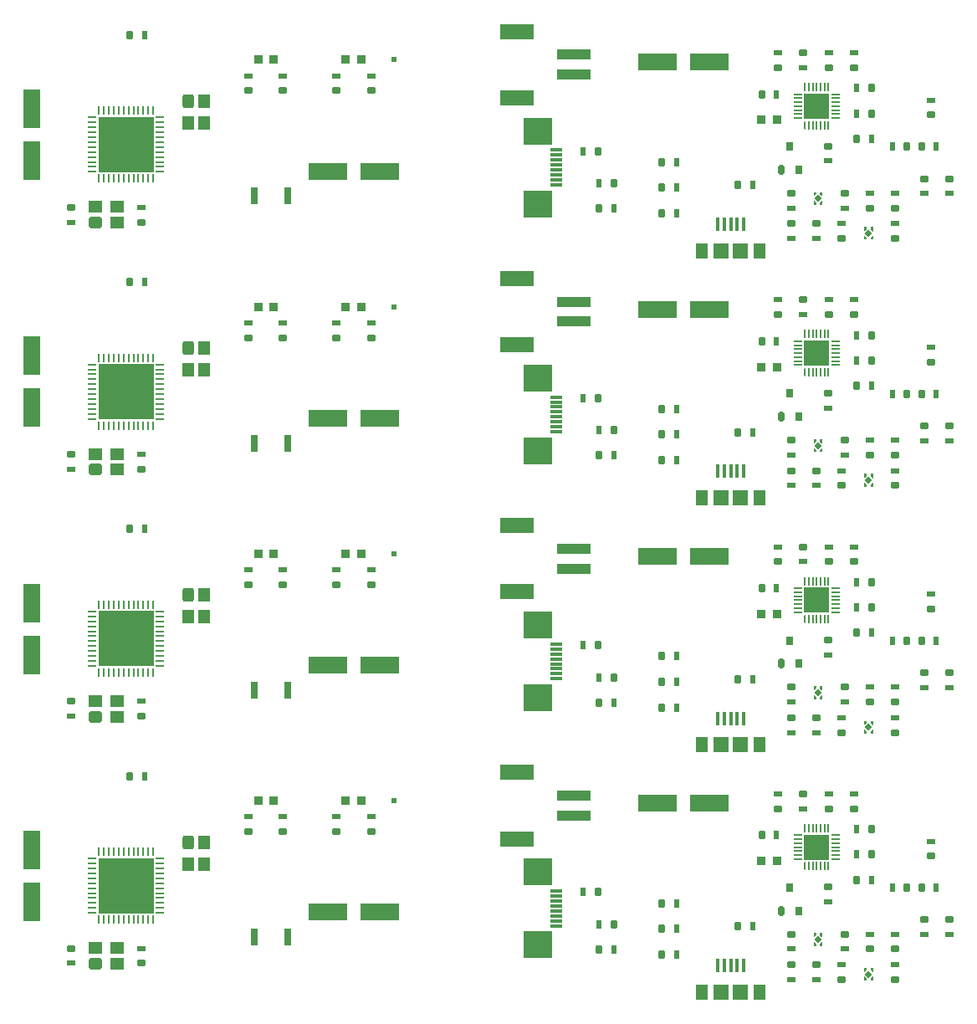
<source format=gtp>
G04*
G04 #@! TF.GenerationSoftware,Altium Limited,Altium Designer,21.0.9 (235)*
G04*
G04 Layer_Color=8421504*
%FSLAX44Y44*%
%MOMM*%
G71*
G04*
G04 #@! TF.SameCoordinates,5DD7C229-C87D-40E0-AB69-EEC5175B06D6*
G04*
G04*
G04 #@! TF.FilePolarity,Positive*
G04*
G01*
G75*
%ADD11R,1.8000X4.0000*%
%ADD12R,0.9000X0.6000*%
G04:AMPARAMS|DCode=13|XSize=0.6mm|YSize=0.9mm|CornerRadius=0.15mm|HoleSize=0mm|Usage=FLASHONLY|Rotation=270.000|XOffset=0mm|YOffset=0mm|HoleType=Round|Shape=RoundedRectangle|*
%AMROUNDEDRECTD13*
21,1,0.6000,0.6000,0,0,270.0*
21,1,0.3000,0.9000,0,0,270.0*
1,1,0.3000,-0.3000,-0.1500*
1,1,0.3000,-0.3000,0.1500*
1,1,0.3000,0.3000,0.1500*
1,1,0.3000,0.3000,-0.1500*
%
%ADD13ROUNDEDRECTD13*%
%ADD14R,0.6000X0.9000*%
G04:AMPARAMS|DCode=15|XSize=0.6mm|YSize=0.9mm|CornerRadius=0.15mm|HoleSize=0mm|Usage=FLASHONLY|Rotation=0.000|XOffset=0mm|YOffset=0mm|HoleType=Round|Shape=RoundedRectangle|*
%AMROUNDEDRECTD15*
21,1,0.6000,0.6000,0,0,0.0*
21,1,0.3000,0.9000,0,0,0.0*
1,1,0.3000,0.1500,-0.3000*
1,1,0.3000,-0.1500,-0.3000*
1,1,0.3000,-0.1500,0.3000*
1,1,0.3000,0.1500,0.3000*
%
%ADD15ROUNDEDRECTD15*%
%ADD16R,5.6000X5.6000*%
%ADD17R,0.8500X0.2500*%
%ADD18R,0.2500X0.8500*%
%ADD19O,0.2500X0.8500*%
G04:AMPARAMS|DCode=20|XSize=0.65mm|YSize=0.95mm|CornerRadius=0.1625mm|HoleSize=0mm|Usage=FLASHONLY|Rotation=180.000|XOffset=0mm|YOffset=0mm|HoleType=Round|Shape=RoundedRectangle|*
%AMROUNDEDRECTD20*
21,1,0.6500,0.6250,0,0,180.0*
21,1,0.3250,0.9500,0,0,180.0*
1,1,0.3250,-0.1625,0.3125*
1,1,0.3250,0.1625,0.3125*
1,1,0.3250,0.1625,-0.3125*
1,1,0.3250,-0.1625,-0.3125*
%
%ADD20ROUNDEDRECTD20*%
%ADD21R,0.6500X0.9500*%
G04:AMPARAMS|DCode=22|XSize=0.2mm|YSize=0.85mm|CornerRadius=0.05mm|HoleSize=0mm|Usage=FLASHONLY|Rotation=180.000|XOffset=0mm|YOffset=0mm|HoleType=Round|Shape=RoundedRectangle|*
%AMROUNDEDRECTD22*
21,1,0.2000,0.7500,0,0,180.0*
21,1,0.1000,0.8500,0,0,180.0*
1,1,0.1000,-0.0500,0.3750*
1,1,0.1000,0.0500,0.3750*
1,1,0.1000,0.0500,-0.3750*
1,1,0.1000,-0.0500,-0.3750*
%
%ADD22ROUNDEDRECTD22*%
%ADD23R,0.2000X0.8500*%
%ADD24R,0.8500X0.2000*%
%ADD25R,2.6000X2.6000*%
%ADD26R,4.0000X1.8000*%
%ADD27R,0.2500X0.2200*%
%ADD28R,0.2500X0.2200*%
%ADD29P,0.6788X4X360.0*%
%ADD30R,0.8900X0.9400*%
%ADD31R,0.4000X1.3500*%
%ADD32R,1.5000X1.5500*%
%ADD33R,1.2000X0.3000*%
%ADD34R,3.0000X2.7000*%
%ADD35R,3.4000X1.5000*%
%ADD36R,3.5000X1.0000*%
%ADD37R,0.4800X0.4800*%
G04:AMPARAMS|DCode=38|XSize=1.2mm|YSize=1.4mm|CornerRadius=0.3mm|HoleSize=0mm|Usage=FLASHONLY|Rotation=90.000|XOffset=0mm|YOffset=0mm|HoleType=Round|Shape=RoundedRectangle|*
%AMROUNDEDRECTD38*
21,1,1.2000,0.8000,0,0,90.0*
21,1,0.6000,1.4000,0,0,90.0*
1,1,0.6000,0.4000,0.3000*
1,1,0.6000,0.4000,-0.3000*
1,1,0.6000,-0.4000,-0.3000*
1,1,0.6000,-0.4000,0.3000*
%
%ADD38ROUNDEDRECTD38*%
%ADD39R,1.4000X1.2000*%
G04:AMPARAMS|DCode=40|XSize=1.2mm|YSize=1.4mm|CornerRadius=0.3mm|HoleSize=0mm|Usage=FLASHONLY|Rotation=0.000|XOffset=0mm|YOffset=0mm|HoleType=Round|Shape=RoundedRectangle|*
%AMROUNDEDRECTD40*
21,1,1.2000,0.8000,0,0,0.0*
21,1,0.6000,1.4000,0,0,0.0*
1,1,0.6000,0.3000,-0.4000*
1,1,0.6000,-0.3000,-0.4000*
1,1,0.6000,-0.3000,0.4000*
1,1,0.6000,0.3000,0.4000*
%
%ADD40ROUNDEDRECTD40*%
%ADD41R,1.2000X1.4000*%
%ADD42R,0.8000X1.7000*%
%ADD47R,1.2000X1.5500*%
%ADD48R,1.2000X1.5500*%
G36*
X1095958Y1069958D02*
X1095258D01*
X1093458Y1071758D01*
Y1073958D01*
X1095958D01*
Y1069958D01*
D02*
G37*
G36*
X1089458Y1071758D02*
X1087658Y1069958D01*
X1086958D01*
Y1073958D01*
X1089458D01*
Y1071758D01*
D02*
G37*
G36*
X1095958Y1060960D02*
X1093458D01*
Y1063160D01*
X1095258Y1064960D01*
X1095958D01*
Y1060960D01*
D02*
G37*
G36*
X1089460Y1063156D02*
Y1060956D01*
X1086960D01*
Y1065656D01*
X1089460Y1063156D01*
D02*
G37*
G36*
X1140585Y1036713D02*
X1138785Y1034913D01*
X1138085Y1034913D01*
Y1038913D01*
X1140585D01*
Y1036713D01*
D02*
G37*
G36*
X1147083Y1034217D02*
X1144583Y1036717D01*
Y1038917D01*
X1147083D01*
Y1034217D01*
D02*
G37*
G36*
X1147085Y1025915D02*
X1144585D01*
X1144585Y1028115D01*
X1146385Y1029915D01*
X1147085Y1029915D01*
X1147085Y1025915D01*
D02*
G37*
G36*
X1140585Y1028115D02*
Y1025915D01*
X1138085D01*
Y1029915D01*
X1138785D01*
X1140585Y1028115D01*
D02*
G37*
G36*
X1095958Y819958D02*
X1095258D01*
X1093458Y821758D01*
Y823958D01*
X1095958D01*
Y819958D01*
D02*
G37*
G36*
X1089458Y821758D02*
X1087658Y819958D01*
X1086958D01*
Y823958D01*
X1089458D01*
Y821758D01*
D02*
G37*
G36*
X1095958Y810960D02*
X1093458D01*
Y813160D01*
X1095258Y814960D01*
X1095958D01*
Y810960D01*
D02*
G37*
G36*
X1089460Y813156D02*
Y810956D01*
X1086960D01*
Y815656D01*
X1089460Y813156D01*
D02*
G37*
G36*
X1140585Y786713D02*
X1138785Y784913D01*
X1138085Y784913D01*
Y788913D01*
X1140585D01*
Y786713D01*
D02*
G37*
G36*
X1147083Y784217D02*
X1144583Y786717D01*
Y788917D01*
X1147083D01*
Y784217D01*
D02*
G37*
G36*
X1147085Y775915D02*
X1144585D01*
X1144585Y778115D01*
X1146385Y779915D01*
X1147085Y779915D01*
X1147085Y775915D01*
D02*
G37*
G36*
X1140585Y778115D02*
Y775915D01*
X1138085D01*
Y779915D01*
X1138785D01*
X1140585Y778115D01*
D02*
G37*
G36*
X1095958Y569958D02*
X1095258D01*
X1093458Y571758D01*
Y573958D01*
X1095958D01*
Y569958D01*
D02*
G37*
G36*
X1089458Y571758D02*
X1087658Y569958D01*
X1086958D01*
Y573958D01*
X1089458D01*
Y571758D01*
D02*
G37*
G36*
X1095958Y560960D02*
X1093458D01*
Y563160D01*
X1095258Y564960D01*
X1095958D01*
Y560960D01*
D02*
G37*
G36*
X1089460Y563156D02*
Y560956D01*
X1086960D01*
Y565656D01*
X1089460Y563156D01*
D02*
G37*
G36*
X1140585Y536713D02*
X1138785Y534913D01*
X1138085Y534913D01*
Y538913D01*
X1140585D01*
Y536713D01*
D02*
G37*
G36*
X1147083Y534217D02*
X1144583Y536717D01*
Y538917D01*
X1147083D01*
Y534217D01*
D02*
G37*
G36*
X1147085Y525915D02*
X1144585D01*
X1144585Y528115D01*
X1146385Y529915D01*
X1147085Y529915D01*
X1147085Y525915D01*
D02*
G37*
G36*
X1140585Y528115D02*
Y525915D01*
X1138085D01*
Y529915D01*
X1138785D01*
X1140585Y528115D01*
D02*
G37*
G36*
X1095958Y319958D02*
X1095258D01*
X1093458Y321758D01*
Y323958D01*
X1095958D01*
Y319958D01*
D02*
G37*
G36*
X1089458Y321758D02*
X1087658Y319958D01*
X1086958D01*
Y323958D01*
X1089458D01*
Y321758D01*
D02*
G37*
G36*
X1095958Y310960D02*
X1093458D01*
Y313160D01*
X1095258Y314960D01*
X1095958D01*
Y310960D01*
D02*
G37*
G36*
X1089460Y313155D02*
Y310956D01*
X1086960D01*
Y315655D01*
X1089460Y313155D01*
D02*
G37*
G36*
X1140585Y286713D02*
X1138785Y284913D01*
X1138085Y284913D01*
Y288913D01*
X1140585D01*
Y286713D01*
D02*
G37*
G36*
X1147083Y284217D02*
X1144583Y286717D01*
Y288917D01*
X1147083D01*
Y284217D01*
D02*
G37*
G36*
X1147085Y275915D02*
X1144585D01*
X1144585Y278115D01*
X1146385Y279915D01*
X1147085Y279915D01*
X1147085Y275915D01*
D02*
G37*
G36*
X1140585Y278115D02*
Y275915D01*
X1138085D01*
Y279915D01*
X1138785D01*
X1140585Y278115D01*
D02*
G37*
D11*
X296000Y355750D02*
D03*
Y408250D02*
D03*
Y605750D02*
D03*
Y658250D02*
D03*
Y855750D02*
D03*
Y908250D02*
D03*
Y1105750D02*
D03*
Y1158250D02*
D03*
D12*
X1102000Y355500D02*
D03*
X1128300Y465000D02*
D03*
X1206000Y417043D02*
D03*
X1102617Y465000D02*
D03*
X1076333Y450000D02*
D03*
X1169628Y291915D02*
D03*
X1169585Y322957D02*
D03*
X1144043D02*
D03*
X1115543Y291915D02*
D03*
X1064458Y276915D02*
D03*
X1090000D02*
D03*
X1118500Y307957D02*
D03*
X1050458Y465000D02*
D03*
X550000Y441707D02*
D03*
X515000D02*
D03*
X604000D02*
D03*
X639000D02*
D03*
X1064415Y307957D02*
D03*
X1199000Y322500D02*
D03*
X1224543D02*
D03*
X335000Y293500D02*
D03*
X406793Y308500D02*
D03*
X1102000Y605500D02*
D03*
X1128300Y715000D02*
D03*
X1206000Y667043D02*
D03*
X1102617Y715000D02*
D03*
X1076333Y700000D02*
D03*
X1169628Y541915D02*
D03*
X1169585Y572958D02*
D03*
X1144043D02*
D03*
X1115543Y541915D02*
D03*
X1064458Y526915D02*
D03*
X1090000D02*
D03*
X1118500Y557958D02*
D03*
X1050458Y715000D02*
D03*
X550000Y691708D02*
D03*
X515000D02*
D03*
X604000D02*
D03*
X639000D02*
D03*
X1064415Y557958D02*
D03*
X1199000Y572500D02*
D03*
X1224543D02*
D03*
X335000Y543500D02*
D03*
X406793Y558500D02*
D03*
X1102000Y855500D02*
D03*
X1128300Y965000D02*
D03*
X1206000Y917043D02*
D03*
X1102617Y965000D02*
D03*
X1076333Y950000D02*
D03*
X1169628Y791915D02*
D03*
X1169585Y822958D02*
D03*
X1144043D02*
D03*
X1115543Y791915D02*
D03*
X1064458Y776915D02*
D03*
X1090000D02*
D03*
X1118500Y807958D02*
D03*
X1050458Y965000D02*
D03*
X550000Y941708D02*
D03*
X515000D02*
D03*
X604000D02*
D03*
X639000D02*
D03*
X1064415Y807958D02*
D03*
X1199000Y822500D02*
D03*
X1224543D02*
D03*
X335000Y793500D02*
D03*
X406793Y808500D02*
D03*
X1102000Y1105500D02*
D03*
X1128300Y1215000D02*
D03*
X1206000Y1167043D02*
D03*
X1102617Y1215000D02*
D03*
X1076333Y1200000D02*
D03*
X1169628Y1041915D02*
D03*
X1169585Y1072958D02*
D03*
X1144043D02*
D03*
X1115543Y1041915D02*
D03*
X1064458Y1026915D02*
D03*
X1090000D02*
D03*
X1118500Y1057958D02*
D03*
X1050458Y1215000D02*
D03*
X550000Y1191708D02*
D03*
X515000D02*
D03*
X604000D02*
D03*
X639000D02*
D03*
X1064415Y1057958D02*
D03*
X1199000Y1072500D02*
D03*
X1224543D02*
D03*
X335000Y1043500D02*
D03*
X406793Y1058500D02*
D03*
D13*
X1102000Y370500D02*
D03*
X1128300Y450000D02*
D03*
X1206000Y402043D02*
D03*
X1102617Y450000D02*
D03*
X1076333Y465000D02*
D03*
X1169628Y276915D02*
D03*
X1169585Y307958D02*
D03*
X1144043D02*
D03*
X1115543Y276915D02*
D03*
X1064458Y291915D02*
D03*
X1090000D02*
D03*
X1118500Y322957D02*
D03*
X1050458Y450000D02*
D03*
X550000Y426708D02*
D03*
X515000D02*
D03*
X604000Y426707D02*
D03*
X639000Y426708D02*
D03*
X1064415Y322957D02*
D03*
X1199000Y337500D02*
D03*
X1224543D02*
D03*
X335000Y308500D02*
D03*
X406793Y293500D02*
D03*
X1102000Y620500D02*
D03*
X1128300Y700000D02*
D03*
X1206000Y652043D02*
D03*
X1102617Y700000D02*
D03*
X1076333Y715000D02*
D03*
X1169628Y526915D02*
D03*
X1169585Y557958D02*
D03*
X1144043D02*
D03*
X1115543Y526915D02*
D03*
X1064458Y541915D02*
D03*
X1090000D02*
D03*
X1118500Y572958D02*
D03*
X1050458Y700000D02*
D03*
X550000Y676708D02*
D03*
X515000D02*
D03*
X604000Y676708D02*
D03*
X639000Y676708D02*
D03*
X1064415Y572958D02*
D03*
X1199000Y587500D02*
D03*
X1224543D02*
D03*
X335000Y558500D02*
D03*
X406793Y543500D02*
D03*
X1102000Y870500D02*
D03*
X1128300Y950000D02*
D03*
X1206000Y902043D02*
D03*
X1102617Y950000D02*
D03*
X1076333Y965000D02*
D03*
X1169628Y776915D02*
D03*
X1169585Y807958D02*
D03*
X1144043D02*
D03*
X1115543Y776915D02*
D03*
X1064458Y791915D02*
D03*
X1090000D02*
D03*
X1118500Y822958D02*
D03*
X1050458Y950000D02*
D03*
X550000Y926708D02*
D03*
X515000D02*
D03*
X604000Y926708D02*
D03*
X639000Y926708D02*
D03*
X1064415Y822958D02*
D03*
X1199000Y837500D02*
D03*
X1224543D02*
D03*
X335000Y808500D02*
D03*
X406793Y793500D02*
D03*
X1102000Y1120500D02*
D03*
X1128300Y1200000D02*
D03*
X1206000Y1152043D02*
D03*
X1102617Y1200000D02*
D03*
X1076333Y1215000D02*
D03*
X1169628Y1026915D02*
D03*
X1169585Y1057958D02*
D03*
X1144043D02*
D03*
X1115543Y1026915D02*
D03*
X1064458Y1041915D02*
D03*
X1090000D02*
D03*
X1118500Y1072958D02*
D03*
X1050458Y1200000D02*
D03*
X550000Y1176708D02*
D03*
X515000D02*
D03*
X604000Y1176708D02*
D03*
X639000Y1176708D02*
D03*
X1064415Y1072958D02*
D03*
X1199000Y1087500D02*
D03*
X1224543D02*
D03*
X335000Y1058500D02*
D03*
X406793Y1043500D02*
D03*
D14*
X1025500Y331000D02*
D03*
X1211043Y370000D02*
D03*
X1166500D02*
D03*
X1049500Y423000D02*
D03*
X1130499Y429189D02*
D03*
X1130500Y403543D02*
D03*
X1145500Y378000D02*
D03*
X853500Y365543D02*
D03*
X948500Y302293D02*
D03*
Y328750D02*
D03*
Y354293D02*
D03*
X409500Y483000D02*
D03*
X869500Y333000D02*
D03*
X884500Y307458D02*
D03*
X1025500Y581000D02*
D03*
X1211043Y620000D02*
D03*
X1166500D02*
D03*
X1049500Y673000D02*
D03*
X1130499Y679189D02*
D03*
X1130500Y653543D02*
D03*
X1145500Y628000D02*
D03*
X853500Y615543D02*
D03*
X948500Y552293D02*
D03*
Y578750D02*
D03*
Y604293D02*
D03*
X409500Y733000D02*
D03*
X869500Y583000D02*
D03*
X884500Y557458D02*
D03*
X1025500Y831000D02*
D03*
X1211043Y870000D02*
D03*
X1166500D02*
D03*
X1049500Y923000D02*
D03*
X1130499Y929189D02*
D03*
X1130500Y903543D02*
D03*
X1145500Y878000D02*
D03*
X853500Y865543D02*
D03*
X948500Y802293D02*
D03*
Y828750D02*
D03*
Y854293D02*
D03*
X409500Y983000D02*
D03*
X869500Y833000D02*
D03*
X884500Y807458D02*
D03*
X1025500Y1081000D02*
D03*
X1211043Y1120000D02*
D03*
X1166500D02*
D03*
X1049500Y1173000D02*
D03*
X1130499Y1179189D02*
D03*
X1130500Y1153543D02*
D03*
X1145500Y1128000D02*
D03*
X853500Y1115543D02*
D03*
X948500Y1052293D02*
D03*
Y1078750D02*
D03*
Y1104293D02*
D03*
X409500Y1233000D02*
D03*
X869500Y1083000D02*
D03*
X884500Y1057458D02*
D03*
D15*
X1010500Y331000D02*
D03*
X1196043Y370000D02*
D03*
X1181500D02*
D03*
X1034500Y423000D02*
D03*
X1145499Y429189D02*
D03*
X1145500Y403543D02*
D03*
X1130500Y378000D02*
D03*
X868500Y365543D02*
D03*
X933500Y302293D02*
D03*
Y328750D02*
D03*
Y354293D02*
D03*
X394500Y483000D02*
D03*
X884500Y333000D02*
D03*
X869500Y307458D02*
D03*
X1010500Y581000D02*
D03*
X1196043Y620000D02*
D03*
X1181500D02*
D03*
X1034500Y673000D02*
D03*
X1145499Y679189D02*
D03*
X1145500Y653543D02*
D03*
X1130500Y628000D02*
D03*
X868500Y615543D02*
D03*
X933500Y552293D02*
D03*
Y578750D02*
D03*
Y604293D02*
D03*
X394500Y733000D02*
D03*
X884500Y583000D02*
D03*
X869500Y557458D02*
D03*
X1010500Y831000D02*
D03*
X1196043Y870000D02*
D03*
X1181500D02*
D03*
X1034500Y923000D02*
D03*
X1145499Y929189D02*
D03*
X1145500Y903543D02*
D03*
X1130500Y878000D02*
D03*
X868500Y865543D02*
D03*
X933500Y802293D02*
D03*
Y828750D02*
D03*
Y854293D02*
D03*
X394500Y983000D02*
D03*
X884500Y833000D02*
D03*
X869500Y807458D02*
D03*
X1010500Y1081000D02*
D03*
X1196043Y1120000D02*
D03*
X1181500D02*
D03*
X1034500Y1173000D02*
D03*
X1145499Y1179189D02*
D03*
X1145500Y1153543D02*
D03*
X1130500Y1128000D02*
D03*
X868500Y1115543D02*
D03*
X933500Y1052293D02*
D03*
Y1078750D02*
D03*
Y1104293D02*
D03*
X394500Y1233000D02*
D03*
X884500Y1083000D02*
D03*
X869500Y1057458D02*
D03*
D16*
X391000Y372000D02*
D03*
Y622000D02*
D03*
Y872000D02*
D03*
Y1122000D02*
D03*
D17*
X356750Y344500D02*
D03*
Y349500D02*
D03*
Y354500D02*
D03*
Y359500D02*
D03*
Y364500D02*
D03*
X356750Y369500D02*
D03*
Y374500D02*
D03*
X356750Y379500D02*
D03*
Y384500D02*
D03*
Y389500D02*
D03*
Y394500D02*
D03*
Y399500D02*
D03*
X425250D02*
D03*
Y394500D02*
D03*
Y389500D02*
D03*
Y384500D02*
D03*
Y379500D02*
D03*
X425250Y374500D02*
D03*
Y369500D02*
D03*
X425250Y364500D02*
D03*
Y359500D02*
D03*
Y354500D02*
D03*
Y349500D02*
D03*
Y344500D02*
D03*
X356750Y594500D02*
D03*
Y599500D02*
D03*
Y604500D02*
D03*
Y609500D02*
D03*
Y614500D02*
D03*
X356750Y619500D02*
D03*
Y624500D02*
D03*
X356750Y629500D02*
D03*
Y634500D02*
D03*
Y639500D02*
D03*
Y644500D02*
D03*
Y649500D02*
D03*
X425250D02*
D03*
Y644500D02*
D03*
Y639500D02*
D03*
Y634500D02*
D03*
Y629500D02*
D03*
X425250Y624500D02*
D03*
Y619500D02*
D03*
X425250Y614500D02*
D03*
Y609500D02*
D03*
Y604500D02*
D03*
Y599500D02*
D03*
Y594500D02*
D03*
X356750Y844500D02*
D03*
Y849500D02*
D03*
Y854500D02*
D03*
Y859500D02*
D03*
Y864500D02*
D03*
X356750Y869500D02*
D03*
Y874500D02*
D03*
X356750Y879500D02*
D03*
Y884500D02*
D03*
Y889500D02*
D03*
Y894500D02*
D03*
Y899500D02*
D03*
X425250D02*
D03*
Y894500D02*
D03*
Y889500D02*
D03*
Y884500D02*
D03*
Y879500D02*
D03*
X425250Y874500D02*
D03*
Y869500D02*
D03*
X425250Y864500D02*
D03*
Y859500D02*
D03*
Y854500D02*
D03*
Y849500D02*
D03*
Y844500D02*
D03*
X356750Y1094500D02*
D03*
Y1099500D02*
D03*
Y1104500D02*
D03*
Y1109500D02*
D03*
Y1114500D02*
D03*
X356750Y1119500D02*
D03*
Y1124500D02*
D03*
X356750Y1129500D02*
D03*
Y1134500D02*
D03*
Y1139500D02*
D03*
Y1144500D02*
D03*
Y1149500D02*
D03*
X425250D02*
D03*
Y1144500D02*
D03*
Y1139500D02*
D03*
Y1134500D02*
D03*
Y1129500D02*
D03*
X425250Y1124500D02*
D03*
Y1119500D02*
D03*
X425250Y1114500D02*
D03*
Y1109500D02*
D03*
Y1104500D02*
D03*
Y1099500D02*
D03*
Y1094500D02*
D03*
D18*
X363500Y406250D02*
D03*
X368500D02*
D03*
X373500D02*
D03*
X378500D02*
D03*
X383500D02*
D03*
X388500Y406250D02*
D03*
X393500D02*
D03*
X398500Y406250D02*
D03*
X403500D02*
D03*
X408500D02*
D03*
X413500D02*
D03*
X418500D02*
D03*
Y337750D02*
D03*
X413500D02*
D03*
X408500D02*
D03*
X403500D02*
D03*
X398500D02*
D03*
X393500Y337750D02*
D03*
X388500D02*
D03*
X383500Y337750D02*
D03*
X378500D02*
D03*
X373500D02*
D03*
X368500D02*
D03*
X363500Y656250D02*
D03*
X368500D02*
D03*
X373500D02*
D03*
X378500D02*
D03*
X383500D02*
D03*
X388500Y656250D02*
D03*
X393500D02*
D03*
X398500Y656250D02*
D03*
X403500D02*
D03*
X408500D02*
D03*
X413500D02*
D03*
X418500D02*
D03*
Y587750D02*
D03*
X413500D02*
D03*
X408500D02*
D03*
X403500D02*
D03*
X398500D02*
D03*
X393500Y587750D02*
D03*
X388500D02*
D03*
X383500Y587750D02*
D03*
X378500D02*
D03*
X373500D02*
D03*
X368500D02*
D03*
X363500Y906250D02*
D03*
X368500D02*
D03*
X373500D02*
D03*
X378500D02*
D03*
X383500D02*
D03*
X388500Y906250D02*
D03*
X393500D02*
D03*
X398500Y906250D02*
D03*
X403500D02*
D03*
X408500D02*
D03*
X413500D02*
D03*
X418500D02*
D03*
Y837750D02*
D03*
X413500D02*
D03*
X408500D02*
D03*
X403500D02*
D03*
X398500D02*
D03*
X393500Y837750D02*
D03*
X388500D02*
D03*
X383500Y837750D02*
D03*
X378500D02*
D03*
X373500D02*
D03*
X368500D02*
D03*
X363500Y1156250D02*
D03*
X368500D02*
D03*
X373500D02*
D03*
X378500D02*
D03*
X383500D02*
D03*
X388500Y1156250D02*
D03*
X393500D02*
D03*
X398500Y1156250D02*
D03*
X403500D02*
D03*
X408500D02*
D03*
X413500D02*
D03*
X418500D02*
D03*
Y1087750D02*
D03*
X413500D02*
D03*
X408500D02*
D03*
X403500D02*
D03*
X398500D02*
D03*
X393500Y1087750D02*
D03*
X388500D02*
D03*
X383500Y1087750D02*
D03*
X378500D02*
D03*
X373500D02*
D03*
X368500D02*
D03*
D19*
X363500Y337750D02*
D03*
Y587750D02*
D03*
Y837750D02*
D03*
Y1087750D02*
D03*
D20*
X1054000Y346707D02*
D03*
Y596708D02*
D03*
Y846708D02*
D03*
Y1096708D02*
D03*
D21*
X1072000Y346707D02*
D03*
X1063000Y370207D02*
D03*
X1072000Y596708D02*
D03*
X1063000Y620208D02*
D03*
X1072000Y846708D02*
D03*
X1063000Y870208D02*
D03*
X1072000Y1096708D02*
D03*
X1063000Y1120208D02*
D03*
D22*
X1078000Y391750D02*
D03*
Y641750D02*
D03*
Y891750D02*
D03*
Y1141750D02*
D03*
D23*
X1082000Y391750D02*
D03*
X1086000D02*
D03*
X1090000D02*
D03*
X1094000D02*
D03*
X1098000D02*
D03*
X1102000D02*
D03*
Y430250D02*
D03*
X1098000D02*
D03*
X1094000D02*
D03*
X1090000D02*
D03*
X1086000D02*
D03*
X1082000D02*
D03*
X1078000D02*
D03*
X1082000Y641750D02*
D03*
X1086000D02*
D03*
X1090000D02*
D03*
X1094000D02*
D03*
X1098000D02*
D03*
X1102000D02*
D03*
Y680250D02*
D03*
X1098000D02*
D03*
X1094000D02*
D03*
X1090000D02*
D03*
X1086000D02*
D03*
X1082000D02*
D03*
X1078000D02*
D03*
X1082000Y891750D02*
D03*
X1086000D02*
D03*
X1090000D02*
D03*
X1094000D02*
D03*
X1098000D02*
D03*
X1102000D02*
D03*
Y930250D02*
D03*
X1098000D02*
D03*
X1094000D02*
D03*
X1090000D02*
D03*
X1086000D02*
D03*
X1082000D02*
D03*
X1078000D02*
D03*
X1082000Y1141750D02*
D03*
X1086000D02*
D03*
X1090000D02*
D03*
X1094000D02*
D03*
X1098000D02*
D03*
X1102000D02*
D03*
Y1180250D02*
D03*
X1098000D02*
D03*
X1094000D02*
D03*
X1090000D02*
D03*
X1086000D02*
D03*
X1082000D02*
D03*
X1078000D02*
D03*
D24*
X1109250Y399000D02*
D03*
Y403000D02*
D03*
Y407000D02*
D03*
Y411000D02*
D03*
Y415000D02*
D03*
Y419000D02*
D03*
Y423000D02*
D03*
X1070750D02*
D03*
Y419000D02*
D03*
Y415000D02*
D03*
Y411000D02*
D03*
Y407000D02*
D03*
Y403000D02*
D03*
Y399000D02*
D03*
X1109250Y649000D02*
D03*
Y653000D02*
D03*
Y657000D02*
D03*
Y661000D02*
D03*
Y665000D02*
D03*
Y669000D02*
D03*
Y673000D02*
D03*
X1070750D02*
D03*
Y669000D02*
D03*
Y665000D02*
D03*
Y661000D02*
D03*
Y657000D02*
D03*
Y653000D02*
D03*
Y649000D02*
D03*
X1109250Y899000D02*
D03*
Y903000D02*
D03*
Y907000D02*
D03*
Y911000D02*
D03*
Y915000D02*
D03*
Y919000D02*
D03*
Y923000D02*
D03*
X1070750D02*
D03*
Y919000D02*
D03*
Y915000D02*
D03*
Y911000D02*
D03*
Y907000D02*
D03*
Y903000D02*
D03*
Y899000D02*
D03*
X1109250Y1149000D02*
D03*
Y1153000D02*
D03*
Y1157000D02*
D03*
Y1161000D02*
D03*
Y1165000D02*
D03*
Y1169000D02*
D03*
Y1173000D02*
D03*
X1070750D02*
D03*
Y1169000D02*
D03*
Y1165000D02*
D03*
Y1161000D02*
D03*
Y1157000D02*
D03*
Y1153000D02*
D03*
Y1149000D02*
D03*
D25*
X1090000Y411000D02*
D03*
Y661000D02*
D03*
Y911000D02*
D03*
Y1161000D02*
D03*
D26*
X981250Y455493D02*
D03*
X928750D02*
D03*
X648043Y345208D02*
D03*
X595543D02*
D03*
X981250Y705493D02*
D03*
X928750D02*
D03*
X648043Y595208D02*
D03*
X595543D02*
D03*
X981250Y955493D02*
D03*
X928750D02*
D03*
X648043Y845208D02*
D03*
X595543D02*
D03*
X981250Y1205493D02*
D03*
X928750D02*
D03*
X648043Y1095208D02*
D03*
X595543D02*
D03*
D27*
X1145833Y287817D02*
D03*
X1088210Y312055D02*
D03*
X1145833Y537817D02*
D03*
X1088210Y562056D02*
D03*
X1145833Y787817D02*
D03*
X1088210Y812056D02*
D03*
X1145833Y1037817D02*
D03*
X1088210Y1062056D02*
D03*
D28*
X1139335Y287813D02*
D03*
Y277013D02*
D03*
X1145835Y277013D02*
D03*
X1094708Y312060D02*
D03*
Y322860D02*
D03*
X1088208D02*
D03*
X1139335Y537813D02*
D03*
Y527013D02*
D03*
X1145835Y527013D02*
D03*
X1094708Y562060D02*
D03*
Y572860D02*
D03*
X1088208D02*
D03*
X1139335Y787813D02*
D03*
Y777013D02*
D03*
X1145835Y777013D02*
D03*
X1094708Y812060D02*
D03*
Y822860D02*
D03*
X1088208D02*
D03*
X1139335Y1037813D02*
D03*
Y1027013D02*
D03*
X1145835Y1027013D02*
D03*
X1094708Y1062060D02*
D03*
Y1072860D02*
D03*
X1088208D02*
D03*
D29*
X1142585Y282413D02*
D03*
X1091458Y317460D02*
D03*
X1142585Y532413D02*
D03*
X1091458Y567460D02*
D03*
X1142585Y782413D02*
D03*
X1091458Y817460D02*
D03*
X1142585Y1032413D02*
D03*
X1091458Y1067460D02*
D03*
D30*
X1034150Y397000D02*
D03*
X1049850D02*
D03*
X525000Y458000D02*
D03*
X540700D02*
D03*
X613150D02*
D03*
X628850D02*
D03*
X1034150Y647000D02*
D03*
X1049850D02*
D03*
X525000Y708000D02*
D03*
X540700D02*
D03*
X613150D02*
D03*
X628850D02*
D03*
X1034150Y897000D02*
D03*
X1049850D02*
D03*
X525000Y958000D02*
D03*
X540700D02*
D03*
X613150D02*
D03*
X628850D02*
D03*
X1034150Y1147000D02*
D03*
X1049850D02*
D03*
X525000Y1208000D02*
D03*
X540700D02*
D03*
X613150D02*
D03*
X628850D02*
D03*
D31*
X990000Y291500D02*
D03*
X996500D02*
D03*
X1003000D02*
D03*
X1009500D02*
D03*
X1016000D02*
D03*
X990000Y541500D02*
D03*
X996500D02*
D03*
X1003000D02*
D03*
X1009500D02*
D03*
X1016000D02*
D03*
X990000Y791500D02*
D03*
X996500D02*
D03*
X1003000D02*
D03*
X1009500D02*
D03*
X1016000D02*
D03*
X990000Y1041500D02*
D03*
X996500D02*
D03*
X1003000D02*
D03*
X1009500D02*
D03*
X1016000D02*
D03*
D32*
X993000Y264500D02*
D03*
X1013000D02*
D03*
X993000Y514500D02*
D03*
X1013000D02*
D03*
X993000Y764500D02*
D03*
X1013000D02*
D03*
X993000Y1014500D02*
D03*
X1013000D02*
D03*
D33*
X826600Y331500D02*
D03*
Y336500D02*
D03*
Y341500D02*
D03*
Y366500D02*
D03*
Y361500D02*
D03*
Y356500D02*
D03*
Y351500D02*
D03*
Y346500D02*
D03*
Y581500D02*
D03*
Y586500D02*
D03*
Y591500D02*
D03*
Y616500D02*
D03*
Y611500D02*
D03*
Y606500D02*
D03*
Y601500D02*
D03*
Y596500D02*
D03*
Y831500D02*
D03*
Y836500D02*
D03*
Y841500D02*
D03*
Y866500D02*
D03*
Y861500D02*
D03*
Y856500D02*
D03*
Y851500D02*
D03*
Y846500D02*
D03*
Y1081500D02*
D03*
Y1086500D02*
D03*
Y1091500D02*
D03*
Y1116500D02*
D03*
Y1111500D02*
D03*
Y1106500D02*
D03*
Y1101500D02*
D03*
Y1096500D02*
D03*
D34*
X808000Y385800D02*
D03*
Y312200D02*
D03*
Y635800D02*
D03*
Y562200D02*
D03*
Y885800D02*
D03*
Y812200D02*
D03*
Y1135800D02*
D03*
Y1062200D02*
D03*
D35*
X787000Y419500D02*
D03*
Y486500D02*
D03*
Y669500D02*
D03*
Y736500D02*
D03*
Y919500D02*
D03*
Y986500D02*
D03*
Y1169500D02*
D03*
Y1236500D02*
D03*
D36*
X844500Y443000D02*
D03*
Y463000D02*
D03*
Y693000D02*
D03*
Y713000D02*
D03*
Y943000D02*
D03*
Y963000D02*
D03*
Y1193000D02*
D03*
Y1213000D02*
D03*
D37*
X662000Y458000D02*
D03*
Y708000D02*
D03*
Y958000D02*
D03*
Y1208000D02*
D03*
D38*
X360000Y293000D02*
D03*
Y543000D02*
D03*
Y793000D02*
D03*
Y1043000D02*
D03*
D39*
Y309000D02*
D03*
X382000Y293000D02*
D03*
Y309000D02*
D03*
X360000Y559000D02*
D03*
X382000Y543000D02*
D03*
Y559000D02*
D03*
X360000Y809000D02*
D03*
X382000Y793000D02*
D03*
Y809000D02*
D03*
X360000Y1059000D02*
D03*
X382000Y1043000D02*
D03*
Y1059000D02*
D03*
D40*
X454000Y416000D02*
D03*
Y666000D02*
D03*
Y916000D02*
D03*
Y1166000D02*
D03*
D41*
X470000Y416000D02*
D03*
X454000Y394000D02*
D03*
X470000D02*
D03*
Y666000D02*
D03*
X454000Y644000D02*
D03*
X470000D02*
D03*
Y916000D02*
D03*
X454000Y894000D02*
D03*
X470000D02*
D03*
Y1166000D02*
D03*
X454000Y1144000D02*
D03*
X470000D02*
D03*
D42*
X555000Y320000D02*
D03*
X521000D02*
D03*
X555000Y570000D02*
D03*
X521000D02*
D03*
X555000Y820000D02*
D03*
X521000D02*
D03*
X555000Y1070000D02*
D03*
X521000D02*
D03*
D47*
X974005Y264505D02*
D03*
Y514505D02*
D03*
Y764505D02*
D03*
Y1014505D02*
D03*
D48*
X1032005Y264505D02*
D03*
Y514505D02*
D03*
Y764505D02*
D03*
Y1014505D02*
D03*
M02*

</source>
